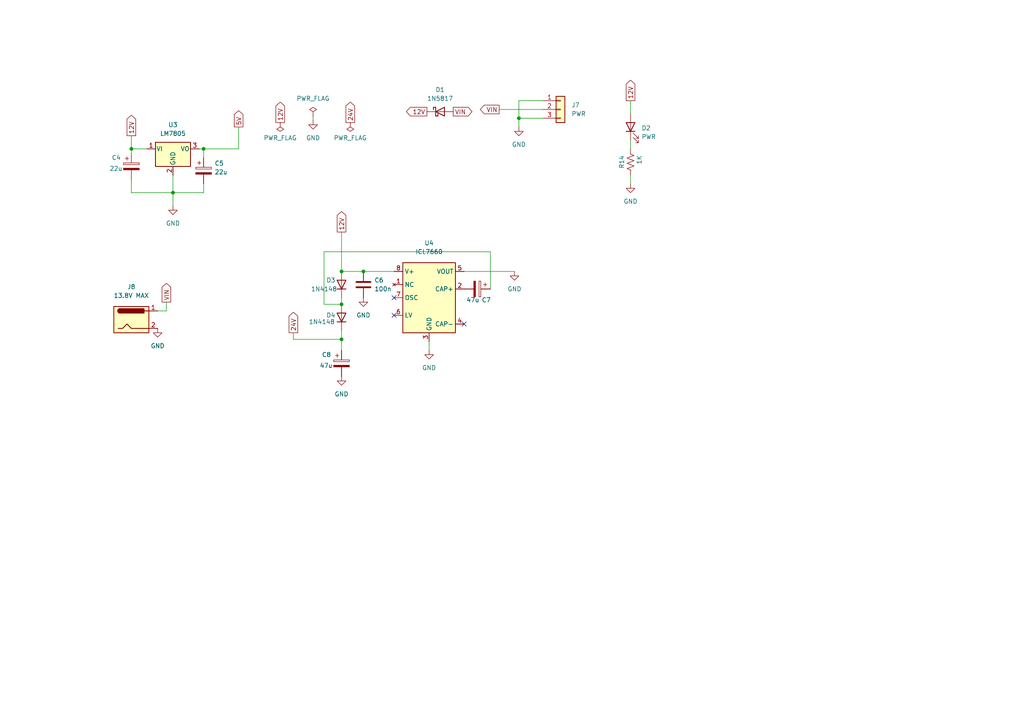
<source format=kicad_sch>
(kicad_sch (version 20211123) (generator eeschema)
  (paper "A4")
  (lib_symbols
    (symbol "Connector:Barrel_Jack" (pin_names (offset 1.016))
      (property "Reference" "J" (at 0 5.334 0))
      (property "Value" "Barrel_Jack" (at 0 -5.08 0))
      (symbol "Barrel_Jack_0_1"
        (rectangle (start -5.08 3.81) (end 5.08 -3.81) (stroke (width 0.254)) (fill (type background)))
        (arc (start -3.302 3.175) (mid -3.937 2.54) (end -3.302 1.905) (stroke (width 0.254)))
        (arc (start -3.302 3.175) (mid -3.937 2.54) (end -3.302 1.905) (stroke (width 0.254)) (fill (type outline)))
        (polyline (pts (xy 5.08 2.54) (xy 3.81 2.54)) (stroke (width 0.254)))
        (polyline (pts (xy -3.81 -2.54) (xy -2.54 -2.54) (xy -1.27 -1.27) (xy 0 -2.54) (xy 2.54 -2.54) (xy 5.08 -2.54)) (stroke (width 0.254)))
        (rectangle (start 3.683 3.175) (end -3.302 1.905) (stroke (width 0.254)) (fill (type outline)))
      )
      (symbol "Barrel_Jack_1_1"
        (pin passive line (at 7.62 2.54 180) (length 2.54) (name "~") (number "1"))
        (pin passive line (at 7.62 -2.54 180) (length 2.54) (name "~") (number "2"))
      )
    )
    (symbol "Connector_Generic:Conn_01x03" (pin_names (offset 1.016) hide)
      (property "Reference" "J" (at 0 5.08 0))
      (property "Value" "Conn_01x03" (at 0 -5.08 0))
      (symbol "Conn_01x03_1_1"
        (rectangle (start -1.27 -2.413) (end 0 -2.667) (stroke (width 0.1524)))
        (rectangle (start -1.27 0.127) (end 0 -0.127) (stroke (width 0.1524)))
        (rectangle (start -1.27 2.667) (end 0 2.413) (stroke (width 0.1524)))
        (rectangle (start -1.27 3.81) (end 1.27 -3.81) (stroke (width 0.254)) (fill (type background)))
        (pin passive line (at -5.08 2.54 0) (length 3.81) (name "Pin_1") (number "1"))
        (pin passive line (at -5.08 0 0) (length 3.81) (name "Pin_2") (number "2"))
        (pin passive line (at -5.08 -2.54 0) (length 3.81) (name "Pin_3") (number "3"))
      )
    )
    (symbol "Device:C" (pin_numbers hide) (pin_names (offset 0.254))
      (property "Reference" "C" (at 0.635 2.54 0))
      (property "Value" "C" (at 0.635 -2.54 0))
      (symbol "C_0_1"
        (polyline (pts (xy -2.032 -0.762) (xy 2.032 -0.762)) (stroke (width 0.508)))
        (polyline (pts (xy -2.032 0.762) (xy 2.032 0.762)) (stroke (width 0.508)))
      )
      (symbol "C_1_1"
        (pin passive line (at 0 3.81 270) (length 2.794) (name "~") (number "1"))
        (pin passive line (at 0 -3.81 90) (length 2.794) (name "~") (number "2"))
      )
    )
    (symbol "Device:C_Polarized" (pin_numbers hide) (pin_names (offset 0.254))
      (property "Reference" "C" (at 0.635 2.54 0))
      (property "Value" "C_Polarized" (at 0.635 -2.54 0))
      (symbol "C_Polarized_0_1"
        (rectangle (start -2.286 0.508) (end 2.286 1.016))
        (polyline (pts (xy -1.778 2.286) (xy -0.762 2.286)))
        (polyline (pts (xy -1.27 2.794) (xy -1.27 1.778)))
        (rectangle (start 2.286 -0.508) (end -2.286 -1.016) (fill (type outline)))
      )
      (symbol "C_Polarized_1_1"
        (pin passive line (at 0 3.81 270) (length 2.794) (name "~") (number "1"))
        (pin passive line (at 0 -3.81 90) (length 2.794) (name "~") (number "2"))
      )
    )
    (symbol "Device:LED" (pin_numbers hide) (pin_names (offset 1.016) hide)
      (property "Reference" "D" (at 0 2.54 0))
      (property "Value" "LED" (at 0 -2.54 0))
      (symbol "LED_0_1"
        (polyline (pts (xy -1.27 -1.27) (xy -1.27 1.27)) (stroke (width 0.254)))
        (polyline (pts (xy -1.27 0) (xy 1.27 0)))
        (polyline (pts (xy 1.27 -1.27) (xy 1.27 1.27) (xy -1.27 0) (xy 1.27 -1.27)) (stroke (width 0.254)))
        (polyline (pts (xy -3.048 -0.762) (xy -4.572 -2.286) (xy -3.81 -2.286) (xy -4.572 -2.286) (xy -4.572 -1.524)))
        (polyline (pts (xy -1.778 -0.762) (xy -3.302 -2.286) (xy -2.54 -2.286) (xy -3.302 -2.286) (xy -3.302 -1.524)))
      )
      (symbol "LED_1_1"
        (pin passive line (at -3.81 0 0) (length 2.54) (name "K") (number "1"))
        (pin passive line (at 3.81 0 180) (length 2.54) (name "A") (number "2"))
      )
    )
    (symbol "Device:R_US" (pin_numbers hide) (pin_names (offset 0))
      (property "Reference" "R" (at 2.54 0 90))
      (property "Value" "R_US" (at -2.54 0 90))
      (symbol "R_US_0_1"
        (polyline (pts (xy 0 -2.286) (xy 0 -2.54)))
        (polyline (pts (xy 0 2.286) (xy 0 2.54)))
        (polyline (pts (xy 0 -0.762) (xy 1.016 -1.143) (xy 0 -1.524) (xy -1.016 -1.905) (xy 0 -2.286)))
        (polyline (pts (xy 0 0.762) (xy 1.016 0.381) (xy 0 0) (xy -1.016 -0.381) (xy 0 -0.762)))
        (polyline (pts (xy 0 2.286) (xy 1.016 1.905) (xy 0 1.524) (xy -1.016 1.143) (xy 0 0.762)))
      )
      (symbol "R_US_1_1"
        (pin passive line (at 0 3.81 270) (length 1.27) (name "~") (number "1"))
        (pin passive line (at 0 -3.81 90) (length 1.27) (name "~") (number "2"))
      )
    )
    (symbol "Diode:1N5817" (pin_numbers hide) (pin_names (offset 1.016) hide)
      (property "Reference" "D" (at 0 2.54 0))
      (property "Value" "1N5817" (at 0 -2.54 0))
      (symbol "1N5817_0_1"
        (polyline (pts (xy 1.27 0) (xy -1.27 0)))
        (polyline (pts (xy 1.27 1.27) (xy 1.27 -1.27) (xy -1.27 0) (xy 1.27 1.27)) (stroke (width 0.254)))
        (polyline (pts (xy -1.905 0.635) (xy -1.905 1.27) (xy -1.27 1.27) (xy -1.27 -1.27) (xy -0.635 -1.27) (xy -0.635 -0.635)) (stroke (width 0.254)))
      )
      (symbol "1N5817_1_1"
        (pin passive line (at -3.81 0 0) (length 2.54) (name "K") (number "1"))
        (pin passive line (at 3.81 0 180) (length 2.54) (name "A") (number "2"))
      )
    )
    (symbol "Diode:LL4148" (pin_numbers hide) (pin_names (offset 1.016) hide)
      (property "Reference" "D" (at 0 2.54 0))
      (property "Value" "LL4148" (at 0 -2.54 0))
      (symbol "LL4148_0_1"
        (polyline (pts (xy -1.27 1.27) (xy -1.27 -1.27)) (stroke (width 0.254)))
        (polyline (pts (xy 1.27 0) (xy -1.27 0)))
        (polyline (pts (xy 1.27 1.27) (xy 1.27 -1.27) (xy -1.27 0) (xy 1.27 1.27)) (stroke (width 0.254)))
      )
      (symbol "LL4148_1_1"
        (pin passive line (at -3.81 0 0) (length 2.54) (name "K") (number "1"))
        (pin passive line (at 3.81 0 180) (length 2.54) (name "A") (number "2"))
      )
    )
    (symbol "Regulator_Linear:LM7805_TO220" (pin_names (offset 0.254))
      (property "Reference" "U" (at -3.81 3.175 0))
      (property "Value" "LM7805_TO220" (at 0 3.175 0))
      (symbol "LM7805_TO220_0_1"
        (rectangle (start -5.08 1.905) (end 5.08 -5.08) (stroke (width 0.254)) (fill (type background)))
      )
      (symbol "LM7805_TO220_1_1"
        (pin power_in line (at -7.62 0 0) (length 2.54) (name "VI") (number "1"))
        (pin power_in line (at 0 -7.62 90) (length 2.54) (name "GND") (number "2"))
        (pin power_out line (at 7.62 0 180) (length 2.54) (name "VO") (number "3"))
      )
    )
    (symbol "Regulator_SwitchedCapacitor:ICL7660"
      (property "Reference" "U4" (at 0 15.875 0))
      (property "Value" "ICL7660" (at 0 13.335 0))
      (symbol "ICL7660_0_1"
        (rectangle (start -7.62 10.16) (end 7.62 -10.16) (stroke (width 0.254)) (fill (type background)))
      )
      (symbol "ICL7660_1_1"
        (pin no_connect line (at -10.16 3.81 0) (length 2.54) (name "NC") (number "1"))
        (pin input line (at 10.16 2.54 180) (length 2.54) (name "CAP+") (number "2"))
        (pin power_in line (at 0 -12.7 90) (length 2.54) (name "GND") (number "3"))
        (pin input line (at 10.16 -7.62 180) (length 2.54) (name "CAP-") (number "4"))
        (pin passive line (at 10.16 7.62 180) (length 2.54) (name "VOUT") (number "5"))
        (pin input line (at -10.16 -5.08 0) (length 2.54) (name "LV") (number "6"))
        (pin input line (at -10.16 0 0) (length 2.54) (name "OSC") (number "7"))
        (pin power_in line (at -10.16 7.62 0) (length 2.54) (name "V+") (number "8"))
      )
    )
    (symbol "power:GND" (power) (pin_names (offset 0))
      (property "Value" "GND" (at 0 -3.81 0))
      (symbol "GND_0_1"
        (polyline (pts (xy 0 0) (xy 0 -1.27) (xy 1.27 -1.27) (xy 0 -2.54) (xy -1.27 -1.27) (xy 0 -1.27)))
      )
      (symbol "GND_1_1"
        (pin power_in line (at 0 0 270) (length 0) hide (name "GND") (number "1"))
      )
    )
    (symbol "power:PWR_FLAG" (power) (pin_numbers hide) (pin_names (offset 0) hide)
      (property "Value" "PWR_FLAG" (at 0 3.81 0))
      (symbol "PWR_FLAG_0_0"
        (pin power_out line (at 0 0 90) (length 0) (name "pwr") (number "1"))
      )
      (symbol "PWR_FLAG_0_1"
        (polyline (pts (xy 0 0) (xy 0 1.27) (xy -1.016 1.905) (xy 0 2.54) (xy 1.016 1.905) (xy 0 1.27)))
      )
    )
  )
  (junction (at 59.055 43.18))
  (junction (at 105.41 78.74))
  (junction (at 99.06 98.425))
  (junction (at 99.06 78.74))
  (junction (at 150.495 34.29))
  (junction (at 99.06 88.265))
  (junction (at 38.1 43.18))
  (junction (at 50.165 55.88))
  (no_connect (at 134.62 93.98))
  (no_connect (at 114.3 86.36))
  (no_connect (at 114.3 91.44))
  (wire (pts (xy 182.88 29.21) (xy 182.88 33.02)))
  (wire (pts (xy 124.46 101.6) (xy 124.46 99.06)))
  (wire (pts (xy 90.805 33.655) (xy 90.805 34.925)))
  (wire (pts (xy 150.495 29.21) (xy 150.495 34.29)))
  (wire (pts (xy 144.78 31.75) (xy 157.48 31.75)))
  (wire (pts (xy 50.165 55.88) (xy 50.165 59.69)))
  (wire (pts (xy 99.06 88.265) (xy 99.06 86.36)))
  (wire (pts (xy 150.495 34.29) (xy 157.48 34.29)))
  (wire (pts (xy 99.06 78.74) (xy 105.41 78.74)))
  (wire (pts (xy 182.88 50.8) (xy 182.88 53.34)))
  (wire (pts (xy 45.72 90.17) (xy 48.26 90.17)))
  (wire (pts (xy 38.1 43.18) (xy 38.1 44.45)))
  (wire (pts (xy 59.055 53.34) (xy 59.055 55.88)))
  (wire (pts (xy 38.1 52.07) (xy 38.1 55.88)))
  (wire (pts (xy 93.98 73.025) (xy 142.24 73.025)))
  (wire (pts (xy 50.165 55.88) (xy 50.165 50.8)))
  (wire (pts (xy 105.41 78.74) (xy 114.3 78.74)))
  (wire (pts (xy 85.09 96.52) (xy 85.09 98.425)))
  (wire (pts (xy 99.06 78.74) (xy 99.06 67.31)))
  (wire (pts (xy 69.215 36.83) (xy 69.215 43.18)))
  (wire (pts (xy 157.48 29.21) (xy 150.495 29.21)))
  (wire (pts (xy 59.055 55.88) (xy 50.165 55.88)))
  (wire (pts (xy 93.98 88.265) (xy 99.06 88.265)))
  (wire (pts (xy 85.09 98.425) (xy 99.06 98.425)))
  (wire (pts (xy 134.62 78.74) (xy 149.225 78.74)))
  (wire (pts (xy 59.055 43.18) (xy 69.215 43.18)))
  (wire (pts (xy 93.98 73.025) (xy 93.98 88.265)))
  (wire (pts (xy 59.055 43.18) (xy 59.055 45.72)))
  (wire (pts (xy 99.06 98.425) (xy 99.06 95.885)))
  (wire (pts (xy 182.88 40.64) (xy 182.88 43.18)))
  (wire (pts (xy 50.165 55.88) (xy 38.1 55.88)))
  (wire (pts (xy 57.785 43.18) (xy 59.055 43.18)))
  (wire (pts (xy 42.545 43.18) (xy 38.1 43.18)))
  (wire (pts (xy 99.06 101.6) (xy 99.06 98.425)))
  (wire (pts (xy 38.1 39.37) (xy 38.1 43.18)))
  (wire (pts (xy 142.24 73.025) (xy 142.24 83.82)))
  (wire (pts (xy 150.495 34.29) (xy 150.495 36.83)))
  (wire (pts (xy 48.26 90.17) (xy 48.26 87.63)))
  (global_label "12V" (shape output) (at 38.1 39.37 90) (property "Intersheet References" "${INTERSHEET_REFS}" (effects hide)))
  (global_label "24V" (shape output) (at 85.09 96.52 90) (property "Intersheet References" "${INTERSHEET_REFS}" (effects hide)))
  (global_label "VIN" (shape output) (at 144.78 31.75 180) (property "Intersheet References" "${INTERSHEET_REFS}" (effects hide)))
  (global_label "5V" (shape output) (at 69.215 36.83 90) (property "Intersheet References" "${INTERSHEET_REFS}" (effects hide)))
  (global_label "12V" (shape output) (at 123.825 32.385 180) (property "Intersheet References" "${INTERSHEET_REFS}" (effects hide)))
  (global_label "12V" (shape output) (at 182.88 29.21 90) (property "Intersheet References" "${INTERSHEET_REFS}" (effects hide)))
  (global_label "VIN" (shape output) (at 131.445 32.385 0) (property "Intersheet References" "${INTERSHEET_REFS}" (effects hide)))
  (global_label "24V" (shape output) (at 101.6 35.56 90) (property "Intersheet References" "${INTERSHEET_REFS}" (effects hide)))
  (global_label "12V" (shape output) (at 81.28 35.56 90) (property "Intersheet References" "${INTERSHEET_REFS}" (effects hide)))
  (global_label "12V" (shape output) (at 99.06 67.31 90) (property "Intersheet References" "${INTERSHEET_REFS}" (effects hide)))
  (global_label "VIN" (shape output) (at 48.26 87.63 90) (property "Intersheet References" "${INTERSHEET_REFS}" (effects hide)))
  (symbol (lib_id "Diode:LL4148") (at 99.06 92.075 90) (unit 1)
    (property "Reference" "D4" (at 94.615 91.44 90) (effects (justify right)))
    (property "Value" "1N4148" (at 89.535 93.345 90) (effects (justify right)))
    (property "Footprint" "Diode_SMD:D_MiniMELF" (effects hide))
    (property "Datasheet" "http://www.vishay.com/docs/85557/ll4148.pdf" (effects hide))
  )
  (symbol (lib_id "power:PWR_FLAG") (at 101.6 35.56 180) (unit 1)
    (property "Reference" "#FLG04" (effects hide))
    (property "Value" "PWR_FLAG" (at 101.6 40.005 0))
  )
  (symbol (lib_id "power:GND") (at 105.41 86.36 0) (unit 1)
    (property "Reference" "#PWR021" (effects hide))
    (property "Value" "GND" (at 105.41 91.44 0))
  )
  (symbol (lib_id "Diode:LL4148") (at 99.06 82.55 90) (unit 1)
    (property "Reference" "D3" (at 94.615 81.28 90) (effects (justify right)))
    (property "Value" "1N4148" (at 90.17 83.82 90) (effects (justify right)))
    (property "Footprint" "Diode_SMD:D_MiniMELF" (effects hide))
    (property "Datasheet" "http://www.vishay.com/docs/85557/ll4148.pdf" (effects hide))
  )
  (symbol (lib_id "Diode:1N5817") (at 127.635 32.385 0) (unit 1)
    (property "Reference" "D1" (at 127.635 26.035 0))
    (property "Value" "1N5817" (at 127.635 28.575 0))
    (property "Footprint" "Diode_THT:D_DO-41_SOD81_P10.16mm_Horizontal" (effects hide))
    (property "Datasheet" "http://www.vishay.com/docs/88525/1n5817.pdf" (effects hide))
  )
  (symbol (lib_id "Device:C_Polarized") (at 59.055 49.53 0) (unit 1)
    (property "Reference" "C5" (at 62.23 47.3709 0) (effects (justify left)))
    (property "Value" "22u" (at 62.23 49.9109 0) (effects (justify left)))
    (property "Footprint" "Capacitor_THT:CP_Radial_D8.0mm_P2.50mm" (effects hide))
  )
  (symbol (lib_id "Device:LED") (at 182.88 36.83 90) (unit 1)
    (property "Reference" "D2" (at 186.055 37.1474 90) (effects (justify right)))
    (property "Value" "PWR" (at 186.055 39.6874 90) (effects (justify right)))
    (property "Footprint" "LED_THT:LED_D3.0mm" (effects hide))
  )
  (symbol (lib_id "power:PWR_FLAG") (at 90.805 33.655 0) (unit 1)
    (property "Reference" "#FLG02" (effects hide))
    (property "Value" "PWR_FLAG" (at 90.805 28.575 0))
  )
  (symbol (lib_id "power:GND") (at 149.225 78.74 0) (unit 1)
    (property "Reference" "#PWR020" (effects hide))
    (property "Value" "GND" (at 149.225 83.82 0))
  )
  (symbol (lib_id "power:GND") (at 150.495 36.83 0) (unit 1)
    (property "Reference" "#PWR017" (effects hide))
    (property "Value" "GND" (at 150.495 41.91 0))
  )
  (symbol (lib_id "Device:C_Polarized") (at 38.1 48.26 0) (unit 1)
    (property "Reference" "C4" (at 32.385 45.72 0) (effects (justify left)))
    (property "Value" "22u" (at 31.75 48.895 0) (effects (justify left)))
    (property "Footprint" "Capacitor_THT:CP_Radial_D8.0mm_P2.50mm" (effects hide))
  )
  (symbol (lib_id "power:GND") (at 45.72 95.25 0) (unit 1)
    (property "Reference" "#PWR030" (effects hide))
    (property "Value" "GND" (at 45.72 100.33 0))
  )
  (symbol (lib_id "Device:C_Polarized") (at 138.43 83.82 270) (unit 1)
    (property "Reference" "C7" (at 139.7 86.995 90) (effects (justify left)))
    (property "Value" "47u" (at 135.255 86.995 90) (effects (justify left)))
    (property "Footprint" "Capacitor_THT:CP_Radial_D8.0mm_P2.50mm" (effects hide))
  )
  (symbol (lib_id "Regulator_Linear:LM7805_TO220") (at 50.165 43.18 0) (unit 1)
    (property "Reference" "U3" (at 50.165 36.195 0))
    (property "Value" "LM7805" (at 50.165 38.735 0))
    (property "Footprint" "Package_TO_SOT_THT:TO-220-3_Vertical" (effects hide))
    (property "Datasheet" "https://www.onsemi.cn/PowerSolutions/document/MC7800-D.PDF" (effects hide))
  )
  (symbol (lib_id "power:GND") (at 99.06 109.22 0) (unit 1)
    (property "Reference" "#PWR023" (effects hide))
    (property "Value" "GND" (at 99.06 114.3 0))
  )
  (symbol (lib_id "Regulator_SwitchedCapacitor:ICL7660") (at 124.46 86.36 0) (unit 1)
    (property "Reference" "U4" (at 124.46 70.485 0))
    (property "Value" "ICL7660" (at 124.46 73.025 0))
    (property "Footprint" "Package_SO:SOIC-8_3.9x4.9mm_P1.27mm" (effects hide))
    (property "Datasheet" "http://datasheets.maximintegrated.com/en/ds/ICL7660-MAX1044.pdf" (effects hide))
  )
  (symbol (lib_id "power:GND") (at 50.165 59.69 0) (unit 1)
    (property "Reference" "#PWR019" (effects hide))
    (property "Value" "GND" (at 50.165 64.77 0))
  )
  (symbol (lib_id "Connector:Barrel_Jack") (at 38.1 92.71 0) (unit 1)
    (property "Reference" "J8" (at 38.1 83.185 0))
    (property "Value" "13.8V MAX" (at 38.1 85.725 0))
    (property "Footprint" "Connector_BarrelJack:BarrelJack_GCT_DCJ200-10-A_Horizontal" (effects hide))
  )
  (symbol (lib_id "Device:R_US") (at 182.88 46.99 180) (unit 1)
    (property "Reference" "R14" (at 180.34 46.99 90))
    (property "Value" "1K" (at 185.42 46.355 90))
    (property "Footprint" "Resistor_SMD:R_1206_3216Metric" (effects hide))
  )
  (symbol (lib_id "Connector_Generic:Conn_01x03") (at 162.56 31.75 0) (unit 1)
    (property "Reference" "J7" (at 165.735 30.4799 0) (effects (justify left)))
    (property "Value" "PWR" (at 165.735 33.0199 0) (effects (justify left)))
    (property "Footprint" "Connector_PinHeader_2.54mm:PinHeader_1x03_P2.54mm_Vertical" (effects hide))
  )
  (symbol (lib_id "power:PWR_FLAG") (at 81.28 35.56 180) (unit 1)
    (property "Reference" "#FLG03" (effects hide))
    (property "Value" "PWR_FLAG" (at 81.28 40.005 0))
  )
  (symbol (lib_id "power:GND") (at 182.88 53.34 0) (unit 1)
    (property "Reference" "#PWR018" (effects hide))
    (property "Value" "GND" (at 182.88 58.42 0))
  )
  (symbol (lib_id "Device:C_Polarized") (at 99.06 105.41 0) (unit 1)
    (property "Reference" "C8" (at 93.345 102.87 0) (effects (justify left)))
    (property "Value" "47u" (at 92.71 106.045 0) (effects (justify left)))
    (property "Footprint" "Capacitor_THT:CP_Radial_D8.0mm_P2.50mm" (effects hide))
  )
  (symbol (lib_id "power:GND") (at 124.46 101.6 0) (unit 1)
    (property "Reference" "#PWR022" (effects hide))
    (property "Value" "GND" (at 124.46 106.68 0))
  )
  (symbol (lib_id "power:GND") (at 90.805 34.925 0) (unit 1)
    (property "Reference" "#PWR016" (effects hide))
    (property "Value" "GND" (at 90.805 40.005 0))
  )
  (symbol (lib_id "Device:C") (at 105.41 82.55 180) (unit 1)
    (property "Reference" "C6" (at 108.585 81.2799 0) (effects (justify right)))
    (property "Value" "100n" (at 108.585 83.8199 0) (effects (justify right)))
    (property "Footprint" "Capacitor_SMD:C_1206_3216Metric" (effects hide))
  )
)
</source>
